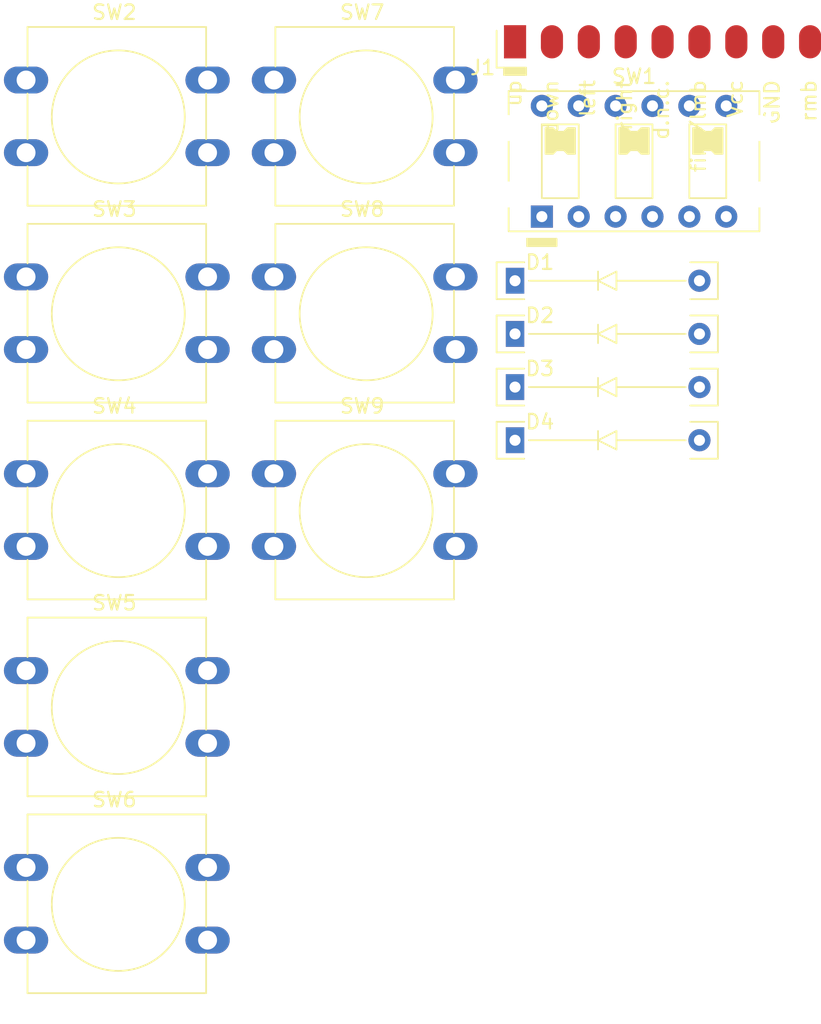
<source format=kicad_pcb>
(kicad_pcb (version 20221018) (generator pcbnew)
  (title_block (title "Tricky GAMe CONtroller for the Atari ST family") (date "2023-11-07") (rev "v0.0.0-draft"))
  (layers (0 "F.Cu" signal) (31 "B.Cu" signal) (34 "B.Paste" user) (35 "F.Paste" user) (36 "B.SilkS" user "B.Silkscreen") (37 "F.SilkS" user "F.Silkscreen") (38 "B.Mask" user) (39 "F.Mask" user) (44 "Edge.Cuts" user))
  (net 0 "")
  (net 1 "Net-(D1-K)")
  (net 2 "/up")
  (net 3 "/down")
  (net 4 "Net-(D3-K)")
  (net 5 "/left")
  (net 6 "/right")
  (net 8 "/fire{slash}lmb")
  (net 9 "+5V")
  (net 10 "GND")
  (net 11 "/rmb")
  (net 12 "Net-(SW1-Pad2)")
  (net 13 "/special_1")
  (net 14 "/special_2")
  (footprint "Button_Switch_THT:SW_PUSH-12mm" (layer "F.Cu") (at 17.125 72.585)
    (fp_text reference "SW6" (at 6.08 -4.66) (layer "F.SilkS"))
    (fp_text value "SW_SPST")
    (fp_line (start 0.1 -3.65) (end 12.4 -3.65) (stroke (width 0.12)) (layer "F.SilkS"))
    (fp_line (start 0.1 -0.93) (end 0.1 -3.65) (stroke (width 0.12)) (layer "F.SilkS"))
    (fp_line (start 0.1 4.07) (end 0.1 0.93) (stroke (width 0.12)) (layer "F.SilkS"))
    (fp_line (start 0.1 8.65) (end 0.1 5.93) (stroke (width 0.12)) (layer "F.SilkS"))
    (fp_line (start 12.4 -3.65) (end 12.4 -0.93) (stroke (width 0.12)) (layer "F.SilkS"))
    (fp_line (start 12.4 0.93) (end 12.4 4.07) (stroke (width 0.12)) (layer "F.SilkS"))
    (fp_line (start 12.4 5.93) (end 12.4 8.65) (stroke (width 0.12)) (layer "F.SilkS"))
    (fp_line (start 12.4 8.65) (end 0.1 8.65) (stroke (width 0.12)) (layer "F.SilkS"))
    (fp_circle (center 6.35 2.54) (end 10.16 5.08) (stroke (width 0.12)) (fill none) (layer "F.SilkS"))
    (pad "1" thru_hole oval (at 0 0) (size 3.048 1.85) (drill 1.3) (layers "*.Cu" "*.Mask") (net 2 "/up"))
    (pad "1" thru_hole oval (at 12.5 0) (size 3.048 1.85) (drill 1.3) (layers "*.Cu" "*.Mask") (net 2 "/up"))
    (pad "2" thru_hole oval (at 0 5) (size 3.048 1.85) (drill 1.3) (layers "*.Cu" "*.Mask") (net 10 "GND"))
    (pad "2" thru_hole oval (at 12.5 5) (size 3.048 1.85) (drill 1.3) (layers "*.Cu" "*.Mask") (net 10 "GND"))
  )
  (footprint "Button_Switch_THT:SW_PUSH-12mm" (layer "F.Cu") (at 17.125 18.385)
    (fp_text reference "SW2" (at 6.08 -4.66) (layer "F.SilkS"))
    (fp_text value "SW_SPST")
    (fp_line (start 0.1 -3.65) (end 12.4 -3.65) (stroke (width 0.12)) (layer "F.SilkS"))
    (fp_line (start 0.1 -0.93) (end 0.1 -3.65) (stroke (width 0.12)) (layer "F.SilkS"))
    (fp_line (start 0.1 4.07) (end 0.1 0.93) (stroke (width 0.12)) (layer "F.SilkS"))
    (fp_line (start 0.1 8.65) (end 0.1 5.93) (stroke (width 0.12)) (layer "F.SilkS"))
    (fp_line (start 12.4 -3.65) (end 12.4 -0.93) (stroke (width 0.12)) (layer "F.SilkS"))
    (fp_line (start 12.4 0.93) (end 12.4 4.07) (stroke (width 0.12)) (layer "F.SilkS"))
    (fp_line (start 12.4 5.93) (end 12.4 8.65) (stroke (width 0.12)) (layer "F.SilkS"))
    (fp_line (start 12.4 8.65) (end 0.1 8.65) (stroke (width 0.12)) (layer "F.SilkS"))
    (fp_circle (center 6.35 2.54) (end 10.16 5.08) (stroke (width 0.12)) (fill none) (layer "F.SilkS"))
    (pad "1" thru_hole oval (at 0 0) (size 3.048 1.85) (drill 1.3) (layers "*.Cu" "*.Mask") (net 2 "/up"))
    (pad "1" thru_hole oval (at 12.5 0) (size 3.048 1.85) (drill 1.3) (layers "*.Cu" "*.Mask") (net 2 "/up"))
    (pad "2" thru_hole oval (at 0 5) (size 3.048 1.85) (drill 1.3) (layers "*.Cu" "*.Mask") (net 10 "GND"))
    (pad "2" thru_hole oval (at 12.5 5) (size 3.048 1.85) (drill 1.3) (layers "*.Cu" "*.Mask") (net 10 "GND"))
  )
  (footprint "commons-passives_THT:Passive_THT_diode_W2.54mm_L12.70mm" (layer "F.Cu") (at 57.15 32.2)
    (fp_text reference "D1" (at -5.715 -1.27) (layer "F.SilkS") (effects (justify left)))
    (fp_text value "1N4148")
    (fp_line (start -7.62 -1.27) (end -5.715 -1.27) (stroke (width 0.12)) (layer "F.SilkS"))
    (fp_line (start -7.62 1.27) (end -7.62 -1.27) (stroke (width 0.12)) (layer "F.SilkS"))
    (fp_line (start -5.715 1.27) (end -7.62 1.27) (stroke (width 0.12)) (layer "F.SilkS"))
    (fp_line (start -0.635 -0.635) (end -0.635 0.635) (stroke (width 0.12)) (layer "F.SilkS"))
    (fp_line (start -0.635 0) (end -5.3975 0) (stroke (width 0.12)) (layer "F.SilkS"))
    (fp_line (start -0.635 0) (end 0.635 0.635) (stroke (width 0.12)) (layer "F.SilkS"))
    (fp_line (start 0.635 -0.635) (end -0.635 0) (stroke (width 0.12)) (layer "F.SilkS"))
    (fp_line (start 0.635 0) (end 5.3975 0) (stroke (width 0.12)) (layer "F.SilkS"))
    (fp_line (start 0.635 0.635) (end 0.635 -0.635) (stroke (width 0.12)) (layer "F.SilkS"))
    (fp_line (start 5.715 -1.27) (end 7.62 -1.27) (stroke (width 0.12)) (layer "F.SilkS"))
    (fp_line (start 7.62 -1.27) (end 7.62 1.27) (stroke (width 0.12)) (layer "F.SilkS"))
    (fp_line (start 7.62 1.27) (end 5.715 1.27) (stroke (width 0.12)) (layer "F.SilkS"))
    (pad "1" thru_hole rect (at -6.35 0) (size 1.27 1.778) (drill 0.762) (layers "*.Cu" "*.Mask") (net 1 "Net-(D1-K)"))
    (pad "2" thru_hole circle (at 6.35 0) (size 1.524 1.524) (drill 0.762) (layers "*.Cu" "*.Mask") (net 2 "/up"))
  )
  (footprint "commons-passives_THT:Passive_THT_diode_W2.54mm_L12.70mm" (layer "F.Cu") (at 57.15 39.52)
    (fp_text reference "D3" (at -5.715 -1.27) (layer "F.SilkS") (effects (justify left)))
    (fp_text value "1N4148")
    (fp_line (start -7.62 -1.27) (end -5.715 -1.27) (stroke (width 0.12)) (layer "F.SilkS"))
    (fp_line (start -7.62 1.27) (end -7.62 -1.27) (stroke (width 0.12)) (layer "F.SilkS"))
    (fp_line (start -5.715 1.27) (end -7.62 1.27) (stroke (width 0.12)) (layer "F.SilkS"))
    (fp_line (start -0.635 -0.635) (end -0.635 0.635) (stroke (width 0.12)) (layer "F.SilkS"))
    (fp_line (start -0.635 0) (end -5.3975 0) (stroke (width 0.12)) (layer "F.SilkS"))
    (fp_line (start -0.635 0) (end 0.635 0.635) (stroke (width 0.12)) (layer "F.SilkS"))
    (fp_line (start 0.635 -0.635) (end -0.635 0) (stroke (width 0.12)) (layer "F.SilkS"))
    (fp_line (start 0.635 0) (end 5.3975 0) (stroke (width 0.12)) (layer "F.SilkS"))
    (fp_line (start 0.635 0.635) (end 0.635 -0.635) (stroke (width 0.12)) (layer "F.SilkS"))
    (fp_line (start 5.715 -1.27) (end 7.62 -1.27) (stroke (width 0.12)) (layer "F.SilkS"))
    (fp_line (start 7.62 -1.27) (end 7.62 1.27) (stroke (width 0.12)) (layer "F.SilkS"))
    (fp_line (start 7.62 1.27) (end 5.715 1.27) (stroke (width 0.12)) (layer "F.SilkS"))
    (pad "1" thru_hole rect (at -6.35 0) (size 1.27 1.778) (drill 0.762) (layers "*.Cu" "*.Mask") (net 4 "Net-(D3-K)"))
    (pad "2" thru_hole circle (at 6.35 0) (size 1.524 1.524) (drill 0.762) (layers "*.Cu" "*.Mask") (net 5 "/left"))
  )
  (footprint "Button_Switch_THT:SW_PUSH-12mm" (layer "F.Cu") (at 17.125 45.485)
    (fp_text reference "SW4" (at 6.08 -4.66) (layer "F.SilkS"))
    (fp_text value "SW_SPST")
    (fp_line (start 0.1 -3.65) (end 12.4 -3.65) (stroke (width 0.12)) (layer "F.SilkS"))
    (fp_line (start 0.1 -0.93) (end 0.1 -3.65) (stroke (width 0.12)) (layer "F.SilkS"))
    (fp_line (start 0.1 4.07) (end 0.1 0.93) (stroke (width 0.12)) (layer "F.SilkS"))
    (fp_line (start 0.1 8.65) (end 0.1 5.93) (stroke (width 0.12)) (layer "F.SilkS"))
    (fp_line (start 12.4 -3.65) (end 12.4 -0.93) (stroke (width 0.12)) (layer "F.SilkS"))
    (fp_line (start 12.4 0.93) (end 12.4 4.07) (stroke (width 0.12)) (layer "F.SilkS"))
    (fp_line (start 12.4 5.93) (end 12.4 8.65) (stroke (width 0.12)) (layer "F.SilkS"))
    (fp_line (start 12.4 8.65) (end 0.1 8.65) (stroke (width 0.12)) (layer "F.SilkS"))
    (fp_circle (center 6.35 2.54) (end 10.16 5.08) (stroke (width 0.12)) (fill none) (layer "F.SilkS"))
    (pad "1" thru_hole oval (at 0 0) (size 3.048 1.85) (drill 1.3) (layers "*.Cu" "*.Mask") (net 10 "GND"))
    (pad "1" thru_hole oval (at 12.5 0) (size 3.048 1.85) (drill 1.3) (layers "*.Cu" "*.Mask") (net 10 "GND"))
    (pad "2" thru_hole oval (at 0 5) (size 3.048 1.85) (drill 1.3) (layers "*.Cu" "*.Mask") (net 6 "/right"))
    (pad "2" thru_hole oval (at 12.5 5) (size 3.048 1.85) (drill 1.3) (layers "*.Cu" "*.Mask") (net 6 "/right"))
  )
  (footprint "Button_Switch_THT:SW_PUSH-12mm" (layer "F.Cu") (at 34.195 31.935)
    (fp_text reference "SW8" (at 6.08 -4.66) (layer "F.SilkS"))
    (fp_text value "SW_SPST")
    (fp_line (start 0.1 -3.65) (end 12.4 -3.65) (stroke (width 0.12)) (layer "F.SilkS"))
    (fp_line (start 0.1 -0.93) (end 0.1 -3.65) (stroke (width 0.12)) (layer "F.SilkS"))
    (fp_line (start 0.1 4.07) (end 0.1 0.93) (stroke (width 0.12)) (layer "F.SilkS"))
    (fp_line (start 0.1 8.65) (end 0.1 5.93) (stroke (width 0.12)) (layer "F.SilkS"))
    (fp_line (start 12.4 -3.65) (end 12.4 -0.93) (stroke (width 0.12)) (layer "F.SilkS"))
    (fp_line (start 12.4 0.93) (end 12.4 4.07) (stroke (width 0.12)) (layer "F.SilkS"))
    (fp_line (start 12.4 5.93) (end 12.4 8.65) (stroke (width 0.12)) (layer "F.SilkS"))
    (fp_line (start 12.4 8.65) (end 0.1 8.65) (stroke (width 0.12)) (layer "F.SilkS"))
    (fp_circle (center 6.35 2.54) (end 10.16 5.08) (stroke (width 0.12)) (fill none) (layer "F.SilkS"))
    (pad "1" thru_hole oval (at 0 0) (size 3.048 1.85) (drill 1.3) (layers "*.Cu" "*.Mask") (net 10 "GND"))
    (pad "1" thru_hole oval (at 12.5 0) (size 3.048 1.85) (drill 1.3) (layers "*.Cu" "*.Mask") (net 10 "GND"))
    (pad "2" thru_hole oval (at 0 5) (size 3.048 1.85) (drill 1.3) (layers "*.Cu" "*.Mask") (net 13 "/special_1"))
    (pad "2" thru_hole oval (at 12.5 5) (size 3.048 1.85) (drill 1.3) (layers "*.Cu" "*.Mask") (net 13 "/special_1"))
  )
  (footprint "commons-passives_THT:Passive_THT_diode_W2.54mm_L12.70mm" (layer "F.Cu") (at 57.15 35.86)
    (fp_text reference "D2" (at -5.715 -1.27) (layer "F.SilkS") (effects (justify left)))
    (fp_text value "1N4148")
    (fp_line (start -7.62 -1.27) (end -5.715 -1.27) (stroke (width 0.12)) (layer "F.SilkS"))
    (fp_line (start -7.62 1.27) (end -7.62 -1.27) (stroke (width 0.12)) (layer "F.SilkS"))
    (fp_line (start -5.715 1.27) (end -7.62 1.27) (stroke (width 0.12)) (layer "F.SilkS"))
    (fp_line (start -0.635 -0.635) (end -0.635 0.635) (stroke (width 0.12)) (layer "F.SilkS"))
    (fp_line (start -0.635 0) (end -5.3975 0) (stroke (width 0.12)) (layer "F.SilkS"))
    (fp_line (start -0.635 0) (end 0.635 0.635) (stroke (width 0.12)) (layer "F.SilkS"))
    (fp_line (start 0.635 -0.635) (end -0.635 0) (stroke (width 0.12)) (layer "F.SilkS"))
    (fp_line (start 0.635 0) (end 5.3975 0) (stroke (width 0.12)) (layer "F.SilkS"))
    (fp_line (start 0.635 0.635) (end 0.635 -0.635) (stroke (width 0.12)) (layer "F.SilkS"))
    (fp_line (start 5.715 -1.27) (end 7.62 -1.27) (stroke (width 0.12)) (layer "F.SilkS"))
    (fp_line (start 7.62 -1.27) (end 7.62 1.27) (stroke (width 0.12)) (layer "F.SilkS"))
    (fp_line (start 7.62 1.27) (end 5.715 1.27) (stroke (width 0.12)) (layer "F.SilkS"))
    (pad "1" thru_hole rect (at -6.35 0) (size 1.27 1.778) (drill 0.762) (layers "*.Cu" "*.Mask") (net 1 "Net-(D1-K)"))
    (pad "2" thru_hole circle (at 6.35 0) (size 1.524 1.524) (drill 0.762) (layers "*.Cu" "*.Mask") (net 3 "/down"))
  )
  (footprint "Button_Switch_THT:SW_PUSH-12mm" (layer "F.Cu") (at 34.195 45.485)
    (fp_text reference "SW9" (at 6.08 -4.66) (layer "F.SilkS"))
    (fp_text value "SW_SPST")
    (fp_line (start 0.1 -3.65) (end 12.4 -3.65) (stroke (width 0.12)) (layer "F.SilkS"))
    (fp_line (start 0.1 -0.93) (end 0.1 -3.65) (stroke (width 0.12)) (layer "F.SilkS"))
    (fp_line (start 0.1 4.07) (end 0.1 0.93) (stroke (width 0.12)) (layer "F.SilkS"))
    (fp_line (start 0.1 8.65) (end 0.1 5.93) (stroke (width 0.12)) (layer "F.SilkS"))
    (fp_line (start 12.4 -3.65) (end 12.4 -0.93) (stroke (width 0.12)) (layer "F.SilkS"))
    (fp_line (start 12.4 0.93) (end 12.4 4.07) (stroke (width 0.12)) (layer "F.SilkS"))
    (fp_line (start 12.4 5.93) (end 12.4 8.65) (stroke (width 0.12)) (layer "F.SilkS"))
    (fp_line (start 12.4 8.65) (end 0.1 8.65) (stroke (width 0.12)) (layer "F.SilkS"))
    (fp_circle (center 6.35 2.54) (end 10.16 5.08) (stroke (width 0.12)) (fill none) (layer "F.SilkS"))
    (pad "1" thru_hole oval (at 0 0) (size 3.048 1.85) (drill 1.3) (layers "*.Cu" "*.Mask") (net 8 "/fire{slash}lmb"))
    (pad "1" thru_hole oval (at 12.5 0) (size 3.048 1.85) (drill 1.3) (layers "*.Cu" "*.Mask") (net 8 "/fire{slash}lmb"))
    (pad "2" thru_hole oval (at 0 5) (size 3.048 1.85) (drill 1.3) (layers "*.Cu" "*.Mask") (net 10 "GND"))
    (pad "2" thru_hole oval (at 12.5 5) (size 3.048 1.85) (drill 1.3) (layers "*.Cu" "*.Mask") (net 10 "GND"))
  )
  (footprint "commons-passives_THT:Passive_THT_diode_W2.54mm_L12.70mm" (layer "F.Cu") (at 57.15 43.18)
    (fp_text reference "D4" (at -5.715 -1.27) (layer "F.SilkS") (effects (justify left)))
    (fp_text value "1N4148")
    (fp_line (start -7.62 -1.27) (end -5.715 -1.27) (stroke (width 0.12)) (layer "F.SilkS"))
    (fp_line (start -7.62 1.27) (end -7.62 -1.27) (stroke (width 0.12)) (layer "F.SilkS"))
    (fp_line (start -5.715 1.27) (end -7.62 1.27) (stroke (width 0.12)) (layer "F.SilkS"))
    (fp_line (start -0.635 -0.635) (end -0.635 0.635) (stroke (width 0.12)) (layer "F.SilkS"))
    (fp_line (start -0.635 0) (end -5.3975 0) (stroke (width 0.12)) (layer "F.SilkS"))
    (fp_line (start -0.635 0) (end 0.635 0.635) (stroke (width 0.12)) (layer "F.SilkS"))
    (fp_line (start 0.635 -0.635) (end -0.635 0) (stroke (width 0.12)) (layer "F.SilkS"))
    (fp_line (start 0.635 0) (end 5.3975 0) (stroke (width 0.12)) (layer "F.SilkS"))
    (fp_line (start 0.635 0.635) (end 0.635 -0.635) (stroke (width 0.12)) (layer "F.SilkS"))
    (fp_line (start 5.715 -1.27) (end 7.62 -1.27) (stroke (width 0.12)) (layer "F.SilkS"))
    (fp_line (start 7.62 -1.27) (end 7.62 1.27) (stroke (width 0.12)) (layer "F.SilkS"))
    (fp_line (start 7.62 1.27) (end 5.715 1.27) (stroke (width 0.12)) (layer "F.SilkS"))
    (pad "1" thru_hole rect (at -6.35 0) (size 1.27 1.778) (drill 0.762) (layers "*.Cu" "*.Mask") (net 4 "Net-(D3-K)"))
    (pad "2" thru_hole circle (at 6.35 0) (size 1.524 1.524) (drill 0.762) (layers "*.Cu" "*.Mask") (net 6 "/right"))
  )
  (footprint "tricky_footprints:GrayHill_Series78_SPDT_DIP_Switches_x03" (layer "F.Cu") (at 58.995 23.976)
    (fp_text reference "SW1" (at 0 -5.842 unlocked) (layer "F.SilkS"))
    (fp_text value "GrayHill_series_78_SPDT_DIP_x03")
    (fp_rect (start -8.636 -4.826) (end 8.636 4.826) (stroke (width 0.12)) (fill none) (layer "F.SilkS"))
    (fp_rect (start -7.366 5.334) (end -5.334 5.842) (stroke (width 0.12)) (fill solid) (layer "F.SilkS"))
    (fp_rect (start -6.35 -2.54) (end -3.81 2.54) (stroke (width 0.12)) (fill none) (layer "F.SilkS"))
    (fp_rect (start -1.27 -2.54) (end 1.27 2.54) (stroke (width 0.12)) (fill none) (layer "F.SilkS"))
    (fp_rect (start 3.81 -2.54) (end 6.35 2.54) (stroke (width 0.12)) (fill none) (layer "F.SilkS"))
    (fp_poly (pts (xy -6.096 -2.286) (xy -5.588 -2.286) (xy -5.334 -2.032) (xy -4.826 -2.032) (xy -4.572 -2.286) (xy -4.064 -2.286) (xy -4.064 -0.508) (xy -4.572 -0.508) (xy -4.826 -0.762) (xy -5.334 -0.762) (xy -5.588 -0.508) (xy -6.096 -0.508)) (stroke (width 0.12)) (fill solid) (layer "F.SilkS"))
    (fp_poly (pts (xy -1.016 -2.286) (xy -0.508 -2.286) (xy -0.254 -2.032) (xy 0.254 -2.032) (xy 0.508 -2.286) (xy 1.016 -2.286) (xy 1.016 -0.508) (xy 0.508 -0.508) (xy 0.254 -0.762) (xy -0.254 -0.762) (xy -0.508 -0.508) (xy -1.016 -0.508)) (stroke (width 0.12)) (fill solid) (layer "F.SilkS"))
    (fp_poly (pts (xy 4.064 -2.286) (xy 4.572 -2.286) (xy 4.826 -2.032) (xy 5.334 -2.032) (xy 5.588 -2.286) (xy 6.096 -2.286) (xy 6.096 -0.508) (xy 5.588 -0.508) (xy 5.334 -0.762) (xy 4.826 -0.762) (xy 4.572 -0.508) (xy 4.064 -0.508)) (stroke (width 0.12)) (fill solid) (layer "F.SilkS"))
    (pad "" np_thru_hole circle (at -8.636 -2.286) (size 1.778 1.778) (drill 1.778) (layers "F&B.Cu" "*.Mask"))
    (pad "" np_thru_hole circle (at -8.636 2.286) (size 1.778 1.778) (drill 1.778) (layers "F&B.Cu" "*.Mask"))
    (pad "" np_thru_hole circle (at 8.636 -2.286) (size 1.778 1.778) (drill 1.778) (layers "F&B.Cu" "*.Mask"))
    (pad "" np_thru_hole circle (at 8.636 2.286) (size 1.778 1.778) (drill 1.778) (layers "F&B.Cu" "*.Mask"))
    (pad "1" thru_hole rect (at -6.35 3.81) (size 1.524 1.524) (drill 0.762) (layers "*.Cu" "*.Mask") (net 2 "/up"))
    (pad "2" thru_hole circle (at -3.81 3.81) (size 1.524 1.524) (drill 0.762) (layers "*.Cu" "*.Mask") (net 12 "Net-(SW1-Pad2)"))
    (pad "3" thru_hole circle (at -1.27 3.81) (size 1.524 1.524) (drill 0.762) (layers "*.Cu" "*.Mask") (net 12 "Net-(SW1-Pad2)"))
    (pad "4" thru_hole circle (at 1.27 3.81) (size 1.524 1.524) (drill 0.762) (layers "*.Cu" "*.Mask") (net 12 "Net-(SW1-Pad2)"))
    (pad "5" thru_hole circle (at 3.81 3.81) (size 1.524 1.524) (drill 0.762) (layers "*.Cu" "*.Mask") (net 8 "/fire{slash}lmb"))
    (pad "6" thru_hole circle (at 6.35 3.81) (size 1.524 1.524) (drill 0.762) (layers "*.Cu" "*.Mask") (net 1 "Net-(D1-K)"))
    (pad "7" thru_hole circle (at 6.35 -3.81) (size 1.524 1.524) (drill 0.762) (layers "*.Cu" "*.Mask") (net 13 "/special_1"))
    (pad "8" thru_hole circle (at 3.81 -3.81) (size 1.524 1.524) (drill 0.762) (layers "*.Cu" "*.Mask") (net 13 "/special_1"))
    (pad "9" thru_hole circle (at 1.27 -3.81) (size 1.524 1.524) (drill 0.762) (layers "*.Cu" "*.Mask") (net 4 "Net-(D3-K)"))
    (pad "10" thru_hole circle (at -1.27 -3.81) (size 1.524 1.524) (drill 0.762) (layers "*.Cu" "*.Mask") (net 11 "/rmb"))
    (pad "11" thru_hole circle (at -3.81 -3.81) (size 1.524 1.524) (drill 0.762) (layers "*.Cu" "*.Mask") (net 14 "/special_2"))
    (pad "12" thru_hole circle (at -6.35 -3.81) (size 1.524 1.524) (drill 0.762) (layers "*.Cu" "*.Mask") (net 14 "/special_2"))
  )
  (footprint "tricky_footprints:Wire_pads_x9" (layer "F.Cu") (at 60.96 15.753)
    (fp_text reference "J1" (at -11.43 1.778 unlocked) (layer "F.SilkS") (effects (justify right)))
    (fp_text value "Conn_01x09")
    (fp_text user "fire/lmb" (at 3.048 2.54 270) (layer "F.SilkS") (effects (justify right bottom)))
    (fp_text user "GND" (at 8.128 2.54 270) (layer "F.SilkS") (effects (justify right bottom)))
    (fp_text user "right" (at -2.032 2.54 270) (layer "F.SilkS") (effects (justify right bottom)))
    (fp_text user "up" (at -9.652 2.54 270) (layer "F.SilkS") (effects (justify right bottom)))
    (fp_text user "left" (at -4.572 2.54 270) (layer "F.SilkS") (effects (justify right bottom)))
    (fp_text user "Vcc" (at 5.588 2.54 270) (layer "F.SilkS") (effects (justify right bottom)))
    (fp_text user "d.n.c." (at 0.508 2.54 270) (layer "F.SilkS") (effects (justify right bottom)))
    (fp_text user "rmb" (at 10.668 2.54 270) (layer "F.SilkS") (effects (justify right bottom)))
    (fp_text user "down" (at -7.112 2.54 270) (layer "F.SilkS") (effects (justify right bottom)))
    (fp_line (start -11.43 1.778) (end -11.43 -0.762) (stroke (width 0.12)) (layer "F.SilkS"))
    (fp_line (start -10.922 1.778) (end -11.43 1.778) (stroke (width 0.12)) (layer "F.SilkS"))
    (fp_rect (start -10.922 1.778) (end -9.398 2.286) (stroke (width 0.12)) (fill solid) (layer "F.SilkS"))
    (pad "1" smd rect (at -10.16 0) (size 1.524 2.286) (layers "F.Cu" "F.Paste" "F.Mask") (net 2 "/up"))
    (pad "2" smd oval (at -7.62 0) (size 1.524 2.286) (layers "F.Cu" "F.Paste" "F.Mask") (net 3 "/down"))
    (pad "3" smd oval (at -5.08 0) (size 1.524 2.286) (layers "F.Cu" "F.Paste" "F.Mask") (net 5 "/left"))
    (pad "4" smd oval (at -2.54 0) (size 1.524 2.286) (layers "F.Cu" "F.Paste" "F.Mask") (net 6 "/right"))
    (pad "5" smd oval (at 0 0) (size 1.524 2.286) (layers "F.Cu" "F.Paste" "F.Mask"))
    (pad "6" smd oval (at 2.54 0) (size 1.524 2.286) (layers "F.Cu" "F.Paste" "F.Mask") (net 8 "/fire{slash}lmb"))
    (pad "7" smd oval (at 5.08 0) (size 1.524 2.286) (layers "F.Cu" "F.Paste" "F.Mask") (net 9 "+5V"))
    (pad "8" smd oval (at 7.62 0) (size 1.524 2.286) (layers "F.Cu" "F.Paste" "F.Mask") (net 10 "GND"))
    (pad "9" smd oval (at 10.16 0) (size 1.524 2.286) (layers "F.Cu" "F.Paste" "F.Mask") (net 11 "/rmb"))
  )
  (footprint "Button_Switch_THT:SW_PUSH-12mm" (layer "F.Cu") (at 34.195 18.385)
    (fp_text reference "SW7" (at 6.08 -4.66) (layer "F.SilkS"))
    (fp_text value "SW_SPST")
    (fp_line (start 0.1 -3.65) (end 12.4 -3.65) (stroke (width 0.12)) (layer "F.SilkS"))
    (fp_line (start 0.1 -0.93) (end 0.1 -3.65) (stroke (width 0.12)) (layer "F.SilkS"))
    (fp_line (start 0.1 4.07) (end 0.1 0.93) (stroke (width 0.12)) (layer "F.SilkS"))
    (fp_line (start 0.1 8.65) (end 0.1 5.93) (stroke (width 0.12)) (layer "F.SilkS"))
    (fp_line (start 12.4 -3.65) (end 12.4 -0.93) (stroke (width 0.12)) (layer "F.SilkS"))
    (fp_line (start 12.4 0.93) (end 12.4 4.07) (stroke (width 0.12)) (layer "F.SilkS"))
    (fp_line (start 12.4 5.93) (end 12.4 8.65) (stroke (width 0.12)) (layer "F.SilkS"))
    (fp_line (start 12.4 8.65) (end 0.1 8.65) (stroke (width 0.12)) (layer "F.SilkS"))
    (fp_circle (center 6.35 2.54) (end 10.16 5.08) (stroke (width 0.12)) (fill none) (layer "F.SilkS"))
    (pad "1" thru_hole oval (at 0 0) (size 3.048 1.85) (drill 1.3) (layers "*.Cu" "*.Mask") (net 14 "/special_2"))
    (pad "1" thru_hole oval (at 12.5 0) (size 3.048 1.85) (drill 1.3) (layers "*.Cu" "*.Mask") (net 14 "/special_2"))
    (pad "2" thru_hole oval (at 0 5) (size 3.048 1.85) (drill 1.3) (layers "*.Cu" "*.Mask") (net 10 "GND"))
    (pad "2" thru_hole oval (at 12.5 5) (size 3.048 1.85) (drill 1.3) (layers "*.Cu" "*.Mask") (net 10 "GND"))
  )
  (footprint "Button_Switch_THT:SW_PUSH-12mm" (layer "F.Cu") (at 17.125 59.035)
    (fp_text reference "SW5" (at 6.08 -4.66) (layer "F.SilkS"))
    (fp_text value "SW_SPST")
    (fp_line (start 0.1 -3.65) (end 12.4 -3.65) (stroke (width 0.12)) (layer "F.SilkS"))
    (fp_line (start 0.1 -0.93) (end 0.1 -3.65) (stroke (width 0.12)) (layer "F.SilkS"))
    (fp_line (start 0.1 4.07) (end 0.1 0.93) (stroke (width 0.12)) (layer "F.SilkS"))
    (fp_line (start 0.1 8.65) (end 0.1 5.93) (stroke (width 0.12)) (layer "F.SilkS"))
    (fp_line (start 12.4 -3.65) (end 12.4 -0.93) (stroke (width 0.12)) (layer "F.SilkS"))
    (fp_line (start 12.4 0.93) (end 12.4 4.07) (stroke (width 0.12)) (layer "F.SilkS"))
    (fp_line (start 12.4 5.93) (end 12.4 8.65) (stroke (width 0.12)) (layer "F.SilkS"))
    (fp_line (start 12.4 8.65) (end 0.1 8.65) (stroke (width 0.12)) (layer "F.SilkS"))
    (fp_circle (center 6.35 2.54) (end 10.16 5.08) (stroke (width 0.12)) (fill none) (layer "F.SilkS"))
    (pad "1" thru_hole oval (at 0 0) (size 3.048 1.85) (drill 1.3) (layers "*.Cu" "*.Mask") (net 3 "/down"))
    (pad "1" thru_hole oval (at 12.5 0) (size 3.048 1.85) (drill 1.3) (layers "*.Cu" "*.Mask") (net 3 "/down"))
    (pad "2" thru_hole oval (at 0 5) (size 3.048 1.85) (drill 1.3) (layers "*.Cu" "*.Mask") (net 10 "GND"))
    (pad "2" thru_hole oval (at 12.5 5) (size 3.048 1.85) (drill 1.3) (layers "*.Cu" "*.Mask") (net 10 "GND"))
  )
  (footprint "Button_Switch_THT:SW_PUSH-12mm" (layer "F.Cu") (at 17.125 31.935)
    (fp_text reference "SW3" (at 6.08 -4.66) (layer "F.SilkS"))
    (fp_text value "SW_SPST")
    (fp_line (start 0.1 -3.65) (end 12.4 -3.65) (stroke (width 0.12)) (layer "F.SilkS"))
    (fp_line (start 0.1 -0.93) (end 0.1 -3.65) (stroke (width 0.12)) (layer "F.SilkS"))
    (fp_line (start 0.1 4.07) (end 0.1 0.93) (stroke (width 0.12)) (layer "F.SilkS"))
    (fp_line (start 0.1 8.65) (end 0.1 5.93) (stroke (width 0.12)) (layer "F.SilkS"))
    (fp_line (start 12.4 -3.65) (end 12.4 -0.93) (stroke (width 0.12)) (layer "F.SilkS"))
    (fp_line (start 12.4 0.93) (end 12.4 4.07) (stroke (width 0.12)) (layer "F.SilkS"))
    (fp_line (start 12.4 5.93) (end 12.4 8.65) (stroke (width 0.12)) (layer "F.SilkS"))
    (fp_line (start 12.4 8.65) (end 0.1 8.65) (stroke (width 0.12)) (layer "F.SilkS"))
    (fp_circle (center 6.35 2.54) (end 10.16 5.08) (stroke (width 0.12)) (fill none) (layer "F.SilkS"))
    (pad "1" thru_hole oval (at 0 0) (size 3.048 1.85) (drill 1.3) (layers "*.Cu" "*.Mask") (net 5 "/left"))
    (pad "1" thru_hole oval (at 12.5 0) (size 3.048 1.85) (drill 1.3) (layers "*.Cu" "*.Mask") (net 5 "/left"))
    (pad "2" thru_hole oval (at 0 5) (size 3.048 1.85) (drill 1.3) (layers "*.Cu" "*.Mask") (net 10 "GND"))
    (pad "2" thru_hole oval (at 12.5 5) (size 3.048 1.85) (drill 1.3) (layers "*.Cu" "*.Mask") (net 10 "GND"))
  )
)
</source>
